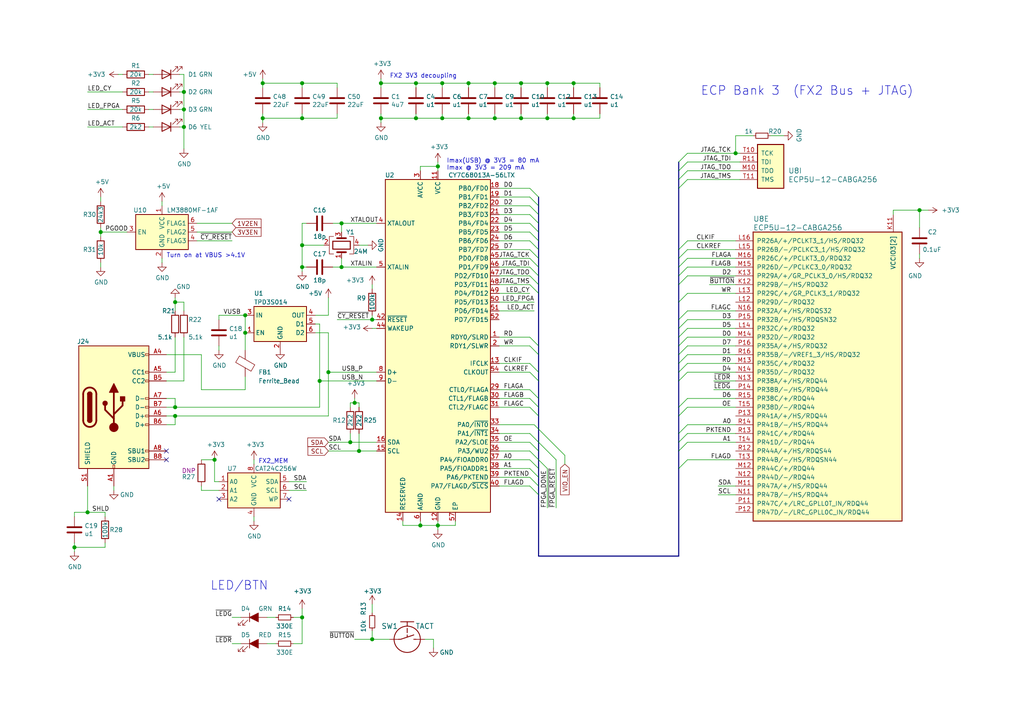
<source format=kicad_sch>
(kicad_sch (version 20201015) (generator eeschema)
  (paper "A4")
  (title_block (title "ECPBreaker") (date "2020-12-28") (rev "V0.1") (company "GsD") (comment 1 "2020 (C) Greg Davill  <greg.davill@gmail.com>") (comment 3 "License: CC-BY-SA V4.0"))
  (junction (at 21.59 158.75) (diameter 1.016))
  (junction (at 25.4 148.59) (diameter 1.016))
  (junction (at 29.21 67.31) (diameter 1.016))
  (junction (at 50.8 87.63) (diameter 1.016))
  (junction (at 50.8 118.11) (diameter 1.016))
  (junction (at 50.8 120.65) (diameter 1.016))
  (junction (at 53.34 26.67) (diameter 1.016))
  (junction (at 53.34 31.75) (diameter 1.016))
  (junction (at 53.34 36.83) (diameter 1.016))
  (junction (at 62.23 133.35) (diameter 1.016))
  (junction (at 71.12 91.44) (diameter 1.016))
  (junction (at 71.12 96.52) (diameter 1.016))
  (junction (at 76.2 24.13) (diameter 1.016))
  (junction (at 76.2 34.29) (diameter 1.016))
  (junction (at 87.63 24.13) (diameter 1.016))
  (junction (at 87.63 34.29) (diameter 1.016))
  (junction (at 87.63 71.12) (diameter 1.016))
  (junction (at 87.63 77.47) (diameter 1.016))
  (junction (at 87.63 179.07) (diameter 1.016))
  (junction (at 92.71 110.49) (diameter 1.016))
  (junction (at 95.25 107.95) (diameter 1.016))
  (junction (at 99.06 64.77) (diameter 1.016))
  (junction (at 99.06 77.47) (diameter 1.016))
  (junction (at 101.6 128.27) (diameter 1.016))
  (junction (at 102.87 116.84) (diameter 1.016))
  (junction (at 104.14 130.81) (diameter 1.016))
  (junction (at 107.95 92.71) (diameter 1.016))
  (junction (at 107.95 185.42) (diameter 1.016))
  (junction (at 110.49 24.13) (diameter 1.016))
  (junction (at 110.49 34.29) (diameter 1.016))
  (junction (at 120.65 24.13) (diameter 1.016))
  (junction (at 120.65 34.29) (diameter 1.016))
  (junction (at 121.92 152.4) (diameter 1.016))
  (junction (at 127 48.26) (diameter 1.016))
  (junction (at 127 152.4) (diameter 1.016))
  (junction (at 128.27 24.13) (diameter 1.016))
  (junction (at 128.27 34.29) (diameter 1.016))
  (junction (at 135.89 24.13) (diameter 1.016))
  (junction (at 135.89 34.29) (diameter 1.016))
  (junction (at 143.51 24.13) (diameter 1.016))
  (junction (at 143.51 34.29) (diameter 1.016))
  (junction (at 151.13 24.13) (diameter 1.016))
  (junction (at 151.13 34.29) (diameter 1.016))
  (junction (at 158.75 24.13) (diameter 1.016))
  (junction (at 158.75 34.29) (diameter 1.016))
  (junction (at 166.37 24.13) (diameter 1.016))
  (junction (at 166.37 34.29) (diameter 1.016))
  (junction (at 213.36 44.45) (diameter 1.016))
  (junction (at 266.7 60.96) (diameter 1.016))
  (no_connect (at 48.26 130.81))
  (no_connect (at 48.26 133.35))
  (no_connect (at 63.5 144.78))
  (no_connect (at 83.82 144.78))
  (bus_entry (at 153.67 54.61) (size 2.54 2.54) (stroke (width 0.1524)))
  (bus_entry (at 153.67 57.15) (size 2.54 2.54) (stroke (width 0.1524)))
  (bus_entry (at 153.67 59.69) (size 2.54 2.54) (stroke (width 0.1524)))
  (bus_entry (at 153.67 62.23) (size 2.54 2.54) (stroke (width 0.1524)))
  (bus_entry (at 153.67 64.77) (size 2.54 2.54) (stroke (width 0.1524)))
  (bus_entry (at 153.67 67.31) (size 2.54 2.54) (stroke (width 0.1524)))
  (bus_entry (at 153.67 69.85) (size 2.54 2.54) (stroke (width 0.1524)))
  (bus_entry (at 153.67 72.39) (size 2.54 2.54) (stroke (width 0.1524)))
  (bus_entry (at 153.67 74.93) (size 2.54 2.54) (stroke (width 0.1524)))
  (bus_entry (at 153.67 77.47) (size 2.54 2.54) (stroke (width 0.1524)))
  (bus_entry (at 153.67 80.01) (size 2.54 2.54) (stroke (width 0.1524)))
  (bus_entry (at 153.67 82.55) (size 2.54 2.54) (stroke (width 0.1524)))
  (bus_entry (at 153.67 97.79) (size 2.54 2.54) (stroke (width 0.1524)))
  (bus_entry (at 153.67 100.33) (size 2.54 2.54) (stroke (width 0.1524)))
  (bus_entry (at 153.67 105.41) (size 2.54 2.54) (stroke (width 0.1524)))
  (bus_entry (at 153.67 107.95) (size 2.54 2.54) (stroke (width 0.1524)))
  (bus_entry (at 153.67 113.03) (size 2.54 2.54) (stroke (width 0.1524)))
  (bus_entry (at 153.67 115.57) (size 2.54 2.54) (stroke (width 0.1524)))
  (bus_entry (at 153.67 118.11) (size 2.54 2.54) (stroke (width 0.1524)))
  (bus_entry (at 153.67 128.27) (size 2.54 2.54) (stroke (width 0.1524)))
  (bus_entry (at 153.67 133.35) (size 2.54 2.54) (stroke (width 0.1524)))
  (bus_entry (at 153.67 135.89) (size 2.54 2.54) (stroke (width 0.1524)))
  (bus_entry (at 153.67 138.43) (size 2.54 2.54) (stroke (width 0.1524)))
  (bus_entry (at 153.67 140.97) (size 2.54 2.54) (stroke (width 0.1524)))
  (bus_entry (at 199.39 44.45) (size -2.54 2.54) (stroke (width 0.1524)))
  (bus_entry (at 199.39 46.99) (size -2.54 2.54) (stroke (width 0.1524)))
  (bus_entry (at 199.39 49.53) (size -2.54 2.54) (stroke (width 0.1524)))
  (bus_entry (at 199.39 52.07) (size -2.54 2.54) (stroke (width 0.1524)))
  (bus_entry (at 199.39 69.85) (size -2.54 2.54) (stroke (width 0.1524)))
  (bus_entry (at 199.39 72.39) (size -2.54 2.54) (stroke (width 0.1524)))
  (bus_entry (at 199.39 74.93) (size -2.54 2.54) (stroke (width 0.1524)))
  (bus_entry (at 199.39 77.47) (size -2.54 2.54) (stroke (width 0.1524)))
  (bus_entry (at 199.39 80.01) (size -2.54 2.54) (stroke (width 0.1524)))
  (bus_entry (at 199.39 85.09) (size -2.54 2.54) (stroke (width 0.1524)))
  (bus_entry (at 199.39 90.17) (size -2.54 2.54) (stroke (width 0.1524)))
  (bus_entry (at 199.39 92.71) (size -2.54 2.54) (stroke (width 0.1524)))
  (bus_entry (at 199.39 95.25) (size -2.54 2.54) (stroke (width 0.1524)))
  (bus_entry (at 199.39 97.79) (size -2.54 2.54) (stroke (width 0.1524)))
  (bus_entry (at 199.39 100.33) (size -2.54 2.54) (stroke (width 0.1524)))
  (bus_entry (at 199.39 102.87) (size -2.54 2.54) (stroke (width 0.1524)))
  (bus_entry (at 199.39 105.41) (size -2.54 2.54) (stroke (width 0.1524)))
  (bus_entry (at 199.39 107.95) (size -2.54 2.54) (stroke (width 0.1524)))
  (bus_entry (at 199.39 115.57) (size -2.54 2.54) (stroke (width 0.1524)))
  (bus_entry (at 199.39 118.11) (size -2.54 2.54) (stroke (width 0.1524)))
  (bus_entry (at 199.39 123.19) (size -2.54 2.54) (stroke (width 0.1524)))
  (bus_entry (at 199.39 125.73) (size -2.54 2.54) (stroke (width 0.1524)))
  (bus_entry (at 199.39 128.27) (size -2.54 2.54) (stroke (width 0.1524)))
  (bus_entry (at 199.39 133.35) (size -2.54 2.54) (stroke (width 0.1524)))
  (wire (pts (xy 21.59 148.59) (xy 21.59 149.86)))
  (wire (pts (xy 21.59 157.48) (xy 21.59 158.75)))
  (wire (pts (xy 21.59 158.75) (xy 21.59 160.02)))
  (wire (pts (xy 21.59 158.75) (xy 30.48 158.75)))
  (wire (pts (xy 25.4 31.75) (xy 35.56 31.75)))
  (wire (pts (xy 25.4 36.83) (xy 35.56 36.83)))
  (wire (pts (xy 25.4 140.97) (xy 25.4 148.59)))
  (wire (pts (xy 25.4 148.59) (xy 21.59 148.59)))
  (wire (pts (xy 25.4 148.59) (xy 30.48 148.59)))
  (wire (pts (xy 29.21 57.15) (xy 29.21 58.42)))
  (wire (pts (xy 29.21 66.04) (xy 29.21 67.31)))
  (wire (pts (xy 29.21 67.31) (xy 29.21 68.58)))
  (wire (pts (xy 29.21 67.31) (xy 36.83 67.31)))
  (wire (pts (xy 29.21 76.2) (xy 29.21 77.47)))
  (wire (pts (xy 30.48 148.59) (xy 30.48 149.86)))
  (wire (pts (xy 30.48 157.48) (xy 30.48 158.75)))
  (wire (pts (xy 33.02 140.97) (xy 33.02 142.24)))
  (wire (pts (xy 34.29 21.59) (xy 35.56 21.59)))
  (wire (pts (xy 35.56 26.67) (xy 25.4 26.67)))
  (wire (pts (xy 43.18 21.59) (xy 44.45 21.59)))
  (wire (pts (xy 44.45 26.67) (xy 43.18 26.67)))
  (wire (pts (xy 44.45 31.75) (xy 43.18 31.75)))
  (wire (pts (xy 44.45 36.83) (xy 43.18 36.83)))
  (wire (pts (xy 46.99 58.42) (xy 46.99 59.69)))
  (wire (pts (xy 46.99 74.93) (xy 46.99 76.2)))
  (wire (pts (xy 48.26 102.87) (xy 58.42 102.87)))
  (wire (pts (xy 48.26 110.49) (xy 53.34 110.49)))
  (wire (pts (xy 48.26 115.57) (xy 50.8 115.57)))
  (wire (pts (xy 48.26 118.11) (xy 50.8 118.11)))
  (wire (pts (xy 48.26 123.19) (xy 50.8 123.19)))
  (wire (pts (xy 50.8 86.36) (xy 50.8 87.63)))
  (wire (pts (xy 50.8 87.63) (xy 50.8 90.17)))
  (wire (pts (xy 50.8 97.79) (xy 50.8 107.95)))
  (wire (pts (xy 50.8 107.95) (xy 48.26 107.95)))
  (wire (pts (xy 50.8 115.57) (xy 50.8 118.11)))
  (wire (pts (xy 50.8 118.11) (xy 92.71 118.11)))
  (wire (pts (xy 50.8 120.65) (xy 48.26 120.65)))
  (wire (pts (xy 50.8 123.19) (xy 50.8 120.65)))
  (wire (pts (xy 52.07 26.67) (xy 53.34 26.67)))
  (wire (pts (xy 52.07 31.75) (xy 53.34 31.75)))
  (wire (pts (xy 53.34 21.59) (xy 52.07 21.59)))
  (wire (pts (xy 53.34 21.59) (xy 53.34 26.67)))
  (wire (pts (xy 53.34 26.67) (xy 53.34 31.75)))
  (wire (pts (xy 53.34 31.75) (xy 53.34 36.83)))
  (wire (pts (xy 53.34 36.83) (xy 52.07 36.83)))
  (wire (pts (xy 53.34 36.83) (xy 53.34 43.18)))
  (wire (pts (xy 53.34 87.63) (xy 50.8 87.63)))
  (wire (pts (xy 53.34 90.17) (xy 53.34 87.63)))
  (wire (pts (xy 53.34 110.49) (xy 53.34 97.79)))
  (wire (pts (xy 57.15 64.77) (xy 67.31 64.77)))
  (wire (pts (xy 57.15 67.31) (xy 67.31 67.31)))
  (wire (pts (xy 57.15 69.85) (xy 67.31 69.85)))
  (wire (pts (xy 58.42 102.87) (xy 58.42 113.03)))
  (wire (pts (xy 58.42 113.03) (xy 71.12 113.03)))
  (wire (pts (xy 58.42 133.35) (xy 62.23 133.35)))
  (wire (pts (xy 58.42 140.97) (xy 58.42 142.24)))
  (wire (pts (xy 62.23 133.35) (xy 62.23 139.7)))
  (wire (pts (xy 63.5 91.44) (xy 63.5 92.71)))
  (wire (pts (xy 63.5 91.44) (xy 71.12 91.44)))
  (wire (pts (xy 63.5 100.33) (xy 63.5 101.6)))
  (wire (pts (xy 63.5 139.7) (xy 62.23 139.7)))
  (wire (pts (xy 63.5 142.24) (xy 58.42 142.24)))
  (wire (pts (xy 69.85 179.07) (xy 67.31 179.07)))
  (wire (pts (xy 69.85 186.69) (xy 67.31 186.69)))
  (wire (pts (xy 71.12 96.52) (xy 71.12 91.44)))
  (wire (pts (xy 71.12 101.6) (xy 71.12 96.52)))
  (wire (pts (xy 71.12 109.22) (xy 71.12 113.03)))
  (wire (pts (xy 73.66 133.35) (xy 73.66 134.62)))
  (wire (pts (xy 73.66 149.86) (xy 73.66 151.13)))
  (wire (pts (xy 76.2 22.86) (xy 76.2 24.13)))
  (wire (pts (xy 76.2 24.13) (xy 76.2 25.4)))
  (wire (pts (xy 76.2 34.29) (xy 76.2 33.02)))
  (wire (pts (xy 76.2 35.56) (xy 76.2 34.29)))
  (wire (pts (xy 77.47 179.07) (xy 80.01 179.07)))
  (wire (pts (xy 77.47 186.69) (xy 80.01 186.69)))
  (wire (pts (xy 85.09 179.07) (xy 87.63 179.07)))
  (wire (pts (xy 87.63 24.13) (xy 76.2 24.13)))
  (wire (pts (xy 87.63 24.13) (xy 97.79 24.13)))
  (wire (pts (xy 87.63 25.4) (xy 87.63 24.13)))
  (wire (pts (xy 87.63 33.02) (xy 87.63 34.29)))
  (wire (pts (xy 87.63 34.29) (xy 76.2 34.29)))
  (wire (pts (xy 87.63 34.29) (xy 97.79 34.29)))
  (wire (pts (xy 87.63 64.77) (xy 87.63 71.12)))
  (wire (pts (xy 87.63 64.77) (xy 88.9 64.77)))
  (wire (pts (xy 87.63 71.12) (xy 87.63 77.47)))
  (wire (pts (xy 87.63 78.74) (xy 87.63 77.47)))
  (wire (pts (xy 87.63 176.53) (xy 87.63 179.07)))
  (wire (pts (xy 87.63 186.69) (xy 85.09 186.69)))
  (wire (pts (xy 87.63 186.69) (xy 87.63 179.07)))
  (wire (pts (xy 88.9 77.47) (xy 87.63 77.47)))
  (wire (pts (xy 88.9 139.7) (xy 83.82 139.7)))
  (wire (pts (xy 88.9 142.24) (xy 83.82 142.24)))
  (wire (pts (xy 91.44 91.44) (xy 95.25 91.44)))
  (wire (pts (xy 91.44 93.98) (xy 92.71 93.98)))
  (wire (pts (xy 91.44 96.52) (xy 95.25 96.52)))
  (wire (pts (xy 92.71 93.98) (xy 92.71 110.49)))
  (wire (pts (xy 92.71 110.49) (xy 109.22 110.49)))
  (wire (pts (xy 92.71 118.11) (xy 92.71 110.49)))
  (wire (pts (xy 93.98 71.12) (xy 87.63 71.12)))
  (wire (pts (xy 95.25 86.36) (xy 95.25 91.44)))
  (wire (pts (xy 95.25 96.52) (xy 95.25 107.95)))
  (wire (pts (xy 95.25 107.95) (xy 95.25 120.65)))
  (wire (pts (xy 95.25 107.95) (xy 109.22 107.95)))
  (wire (pts (xy 95.25 120.65) (xy 50.8 120.65)))
  (wire (pts (xy 95.25 128.27) (xy 101.6 128.27)))
  (wire (pts (xy 95.25 130.81) (xy 104.14 130.81)))
  (wire (pts (xy 96.52 64.77) (xy 99.06 64.77)))
  (wire (pts (xy 96.52 77.47) (xy 99.06 77.47)))
  (wire (pts (xy 97.79 24.13) (xy 97.79 25.4)))
  (wire (pts (xy 97.79 33.02) (xy 97.79 34.29)))
  (wire (pts (xy 97.79 92.71) (xy 107.95 92.71)))
  (wire (pts (xy 99.06 64.77) (xy 99.06 67.31)))
  (wire (pts (xy 99.06 64.77) (xy 109.22 64.77)))
  (wire (pts (xy 99.06 74.93) (xy 99.06 77.47)))
  (wire (pts (xy 99.06 77.47) (xy 109.22 77.47)))
  (wire (pts (xy 101.6 116.84) (xy 102.87 116.84)))
  (wire (pts (xy 101.6 118.11) (xy 101.6 116.84)))
  (wire (pts (xy 101.6 125.73) (xy 101.6 128.27)))
  (wire (pts (xy 101.6 128.27) (xy 109.22 128.27)))
  (wire (pts (xy 102.87 115.57) (xy 102.87 116.84)))
  (wire (pts (xy 102.87 116.84) (xy 104.14 116.84)))
  (wire (pts (xy 104.14 71.12) (xy 106.68 71.12)))
  (wire (pts (xy 104.14 116.84) (xy 104.14 118.11)))
  (wire (pts (xy 104.14 125.73) (xy 104.14 130.81)))
  (wire (pts (xy 104.14 130.81) (xy 109.22 130.81)))
  (wire (pts (xy 107.95 82.55) (xy 107.95 83.82)))
  (wire (pts (xy 107.95 92.71) (xy 107.95 91.44)))
  (wire (pts (xy 107.95 92.71) (xy 109.22 92.71)))
  (wire (pts (xy 107.95 95.25) (xy 109.22 95.25)))
  (wire (pts (xy 107.95 177.8) (xy 107.95 175.26)))
  (wire (pts (xy 107.95 182.88) (xy 107.95 185.42)))
  (wire (pts (xy 107.95 185.42) (xy 102.87 185.42)))
  (wire (pts (xy 110.49 22.86) (xy 110.49 24.13)))
  (wire (pts (xy 110.49 24.13) (xy 110.49 25.4)))
  (wire (pts (xy 110.49 34.29) (xy 110.49 33.02)))
  (wire (pts (xy 110.49 35.56) (xy 110.49 34.29)))
  (wire (pts (xy 113.03 185.42) (xy 107.95 185.42)))
  (wire (pts (xy 116.84 151.13) (xy 116.84 152.4)))
  (wire (pts (xy 116.84 152.4) (xy 121.92 152.4)))
  (wire (pts (xy 120.65 24.13) (xy 110.49 24.13)))
  (wire (pts (xy 120.65 24.13) (xy 128.27 24.13)))
  (wire (pts (xy 120.65 25.4) (xy 120.65 24.13)))
  (wire (pts (xy 120.65 33.02) (xy 120.65 34.29)))
  (wire (pts (xy 120.65 34.29) (xy 110.49 34.29)))
  (wire (pts (xy 120.65 34.29) (xy 128.27 34.29)))
  (wire (pts (xy 121.92 48.26) (xy 127 48.26)))
  (wire (pts (xy 121.92 49.53) (xy 121.92 48.26)))
  (wire (pts (xy 121.92 151.13) (xy 121.92 152.4)))
  (wire (pts (xy 121.92 152.4) (xy 127 152.4)))
  (wire (pts (xy 123.19 185.42) (xy 125.73 185.42)))
  (wire (pts (xy 125.73 185.42) (xy 125.73 187.96)))
  (wire (pts (xy 127 46.99) (xy 127 48.26)))
  (wire (pts (xy 127 48.26) (xy 127 49.53)))
  (wire (pts (xy 127 151.13) (xy 127 152.4)))
  (wire (pts (xy 127 152.4) (xy 127 153.67)))
  (wire (pts (xy 127 152.4) (xy 132.08 152.4)))
  (wire (pts (xy 128.27 24.13) (xy 128.27 25.4)))
  (wire (pts (xy 128.27 24.13) (xy 135.89 24.13)))
  (wire (pts (xy 128.27 33.02) (xy 128.27 34.29)))
  (wire (pts (xy 128.27 34.29) (xy 135.89 34.29)))
  (wire (pts (xy 132.08 152.4) (xy 132.08 151.13)))
  (wire (pts (xy 135.89 24.13) (xy 135.89 25.4)))
  (wire (pts (xy 135.89 24.13) (xy 143.51 24.13)))
  (wire (pts (xy 135.89 33.02) (xy 135.89 34.29)))
  (wire (pts (xy 135.89 34.29) (xy 143.51 34.29)))
  (wire (pts (xy 143.51 24.13) (xy 143.51 25.4)))
  (wire (pts (xy 143.51 24.13) (xy 151.13 24.13)))
  (wire (pts (xy 143.51 33.02) (xy 143.51 34.29)))
  (wire (pts (xy 143.51 34.29) (xy 151.13 34.29)))
  (wire (pts (xy 144.78 54.61) (xy 153.67 54.61)))
  (wire (pts (xy 144.78 57.15) (xy 153.67 57.15)))
  (wire (pts (xy 144.78 59.69) (xy 153.67 59.69)))
  (wire (pts (xy 144.78 62.23) (xy 153.67 62.23)))
  (wire (pts (xy 144.78 64.77) (xy 153.67 64.77)))
  (wire (pts (xy 144.78 67.31) (xy 153.67 67.31)))
  (wire (pts (xy 144.78 69.85) (xy 153.67 69.85)))
  (wire (pts (xy 144.78 72.39) (xy 153.67 72.39)))
  (wire (pts (xy 144.78 74.93) (xy 153.67 74.93)))
  (wire (pts (xy 144.78 77.47) (xy 153.67 77.47)))
  (wire (pts (xy 144.78 80.01) (xy 153.67 80.01)))
  (wire (pts (xy 144.78 82.55) (xy 153.67 82.55)))
  (wire (pts (xy 144.78 85.09) (xy 153.67 85.09)))
  (wire (pts (xy 144.78 90.17) (xy 154.94 90.17)))
  (wire (pts (xy 144.78 97.79) (xy 153.67 97.79)))
  (wire (pts (xy 144.78 100.33) (xy 153.67 100.33)))
  (wire (pts (xy 144.78 105.41) (xy 153.67 105.41)))
  (wire (pts (xy 144.78 113.03) (xy 153.67 113.03)))
  (wire (pts (xy 144.78 115.57) (xy 153.67 115.57)))
  (wire (pts (xy 144.78 118.11) (xy 153.67 118.11)))
  (wire (pts (xy 144.78 123.19) (xy 154.94 123.19)))
  (wire (pts (xy 144.78 125.73) (xy 153.67 125.73)))
  (wire (pts (xy 144.78 128.27) (xy 153.67 128.27)))
  (wire (pts (xy 144.78 130.81) (xy 153.67 130.81)))
  (wire (pts (xy 144.78 133.35) (xy 153.67 133.35)))
  (wire (pts (xy 144.78 135.89) (xy 153.67 135.89)))
  (wire (pts (xy 144.78 138.43) (xy 153.67 138.43)))
  (wire (pts (xy 144.78 140.97) (xy 153.67 140.97)))
  (wire (pts (xy 151.13 24.13) (xy 151.13 25.4)))
  (wire (pts (xy 151.13 24.13) (xy 158.75 24.13)))
  (wire (pts (xy 151.13 33.02) (xy 151.13 34.29)))
  (wire (pts (xy 151.13 34.29) (xy 158.75 34.29)))
  (wire (pts (xy 153.67 107.95) (xy 144.78 107.95)))
  (wire (pts (xy 153.67 125.73) (xy 161.29 133.35)))
  (wire (pts (xy 153.67 130.81) (xy 158.75 135.89)))
  (wire (pts (xy 154.94 87.63) (xy 144.78 87.63)))
  (wire (pts (xy 154.94 123.19) (xy 163.83 132.08)))
  (wire (pts (xy 158.75 24.13) (xy 158.75 25.4)))
  (wire (pts (xy 158.75 24.13) (xy 166.37 24.13)))
  (wire (pts (xy 158.75 33.02) (xy 158.75 34.29)))
  (wire (pts (xy 158.75 34.29) (xy 166.37 34.29)))
  (wire (pts (xy 158.75 135.89) (xy 158.75 147.32)))
  (wire (pts (xy 161.29 133.35) (xy 161.29 147.32)))
  (wire (pts (xy 163.83 132.08) (xy 163.83 134.62)))
  (wire (pts (xy 166.37 24.13) (xy 166.37 25.4)))
  (wire (pts (xy 166.37 34.29) (xy 166.37 33.02)))
  (wire (pts (xy 173.99 24.13) (xy 166.37 24.13)))
  (wire (pts (xy 173.99 25.4) (xy 173.99 24.13)))
  (wire (pts (xy 173.99 33.02) (xy 173.99 34.29)))
  (wire (pts (xy 173.99 34.29) (xy 166.37 34.29)))
  (wire (pts (xy 199.39 44.45) (xy 213.36 44.45)))
  (wire (pts (xy 199.39 46.99) (xy 214.63 46.99)))
  (wire (pts (xy 199.39 49.53) (xy 214.63 49.53)))
  (wire (pts (xy 199.39 52.07) (xy 214.63 52.07)))
  (wire (pts (xy 199.39 69.85) (xy 213.36 69.85)))
  (wire (pts (xy 199.39 72.39) (xy 213.36 72.39)))
  (wire (pts (xy 199.39 74.93) (xy 213.36 74.93)))
  (wire (pts (xy 199.39 77.47) (xy 213.36 77.47)))
  (wire (pts (xy 199.39 80.01) (xy 213.36 80.01)))
  (wire (pts (xy 199.39 85.09) (xy 213.36 85.09)))
  (wire (pts (xy 199.39 90.17) (xy 213.36 90.17)))
  (wire (pts (xy 199.39 92.71) (xy 213.36 92.71)))
  (wire (pts (xy 199.39 95.25) (xy 213.36 95.25)))
  (wire (pts (xy 199.39 97.79) (xy 213.36 97.79)))
  (wire (pts (xy 199.39 100.33) (xy 213.36 100.33)))
  (wire (pts (xy 199.39 102.87) (xy 213.36 102.87)))
  (wire (pts (xy 199.39 105.41) (xy 213.36 105.41)))
  (wire (pts (xy 199.39 107.95) (xy 213.36 107.95)))
  (wire (pts (xy 199.39 115.57) (xy 213.36 115.57)))
  (wire (pts (xy 199.39 118.11) (xy 213.36 118.11)))
  (wire (pts (xy 199.39 123.19) (xy 213.36 123.19)))
  (wire (pts (xy 199.39 125.73) (xy 213.36 125.73)))
  (wire (pts (xy 199.39 128.27) (xy 213.36 128.27)))
  (wire (pts (xy 199.39 133.35) (xy 213.36 133.35)))
  (wire (pts (xy 205.74 82.55) (xy 213.36 82.55)))
  (wire (pts (xy 207.01 110.49) (xy 213.36 110.49)))
  (wire (pts (xy 207.01 113.03) (xy 213.36 113.03)))
  (wire (pts (xy 208.28 140.97) (xy 213.36 140.97)))
  (wire (pts (xy 208.28 143.51) (xy 213.36 143.51)))
  (wire (pts (xy 213.36 39.37) (xy 218.44 39.37)))
  (wire (pts (xy 213.36 44.45) (xy 213.36 39.37)))
  (wire (pts (xy 214.63 44.45) (xy 213.36 44.45)))
  (wire (pts (xy 223.52 39.37) (xy 227.33 39.37)))
  (wire (pts (xy 259.08 60.96) (xy 266.7 60.96)))
  (wire (pts (xy 259.08 62.23) (xy 259.08 60.96)))
  (wire (pts (xy 266.7 60.96) (xy 266.7 66.04)))
  (wire (pts (xy 266.7 73.66) (xy 266.7 74.93)))
  (wire (pts (xy 269.24 60.96) (xy 266.7 60.96)))
  (bus (pts (xy 156.21 57.15) (xy 156.21 59.69)))
  (bus (pts (xy 156.21 59.69) (xy 156.21 62.23)))
  (bus (pts (xy 156.21 62.23) (xy 156.21 64.77)))
  (bus (pts (xy 156.21 64.77) (xy 156.21 67.31)))
  (bus (pts (xy 156.21 67.31) (xy 156.21 69.85)))
  (bus (pts (xy 156.21 69.85) (xy 156.21 72.39)))
  (bus (pts (xy 156.21 72.39) (xy 156.21 74.93)))
  (bus (pts (xy 156.21 74.93) (xy 156.21 77.47)))
  (bus (pts (xy 156.21 77.47) (xy 156.21 80.01)))
  (bus (pts (xy 156.21 80.01) (xy 156.21 82.55)))
  (bus (pts (xy 156.21 82.55) (xy 156.21 85.09)))
  (bus (pts (xy 156.21 85.09) (xy 156.21 100.33)))
  (bus (pts (xy 156.21 100.33) (xy 156.21 102.87)))
  (bus (pts (xy 156.21 102.87) (xy 156.21 107.95)))
  (bus (pts (xy 156.21 107.95) (xy 156.21 110.49)))
  (bus (pts (xy 156.21 110.49) (xy 156.21 115.57)))
  (bus (pts (xy 156.21 115.57) (xy 156.21 118.11)))
  (bus (pts (xy 156.21 118.11) (xy 156.21 120.65)))
  (bus (pts (xy 156.21 120.65) (xy 156.21 130.81)))
  (bus (pts (xy 156.21 130.81) (xy 156.21 135.89)))
  (bus (pts (xy 156.21 135.89) (xy 156.21 138.43)))
  (bus (pts (xy 156.21 138.43) (xy 156.21 140.97)))
  (bus (pts (xy 156.21 140.97) (xy 156.21 143.51)))
  (bus (pts (xy 156.21 143.51) (xy 156.21 161.29)))
  (bus (pts (xy 156.21 161.29) (xy 196.85 161.29)))
  (bus (pts (xy 196.85 46.99) (xy 196.85 49.53)))
  (bus (pts (xy 196.85 49.53) (xy 196.85 52.07)))
  (bus (pts (xy 196.85 52.07) (xy 196.85 54.61)))
  (bus (pts (xy 196.85 54.61) (xy 196.85 72.39)))
  (bus (pts (xy 196.85 72.39) (xy 196.85 74.93)))
  (bus (pts (xy 196.85 74.93) (xy 196.85 77.47)))
  (bus (pts (xy 196.85 77.47) (xy 196.85 80.01)))
  (bus (pts (xy 196.85 80.01) (xy 196.85 82.55)))
  (bus (pts (xy 196.85 82.55) (xy 196.85 87.63)))
  (bus (pts (xy 196.85 87.63) (xy 196.85 92.71)))
  (bus (pts (xy 196.85 92.71) (xy 196.85 95.25)))
  (bus (pts (xy 196.85 95.25) (xy 196.85 97.79)))
  (bus (pts (xy 196.85 97.79) (xy 196.85 100.33)))
  (bus (pts (xy 196.85 100.33) (xy 196.85 102.87)))
  (bus (pts (xy 196.85 102.87) (xy 196.85 105.41)))
  (bus (pts (xy 196.85 105.41) (xy 196.85 107.95)))
  (bus (pts (xy 196.85 107.95) (xy 196.85 110.49)))
  (bus (pts (xy 196.85 110.49) (xy 196.85 118.11)))
  (bus (pts (xy 196.85 118.11) (xy 196.85 120.65)))
  (bus (pts (xy 196.85 120.65) (xy 196.85 125.73)))
  (bus (pts (xy 196.85 125.73) (xy 196.85 128.27)))
  (bus (pts (xy 196.85 128.27) (xy 196.85 130.81)))
  (bus (pts (xy 196.85 130.81) (xy 196.85 135.89)))
  (bus (pts (xy 196.85 135.89) (xy 196.85 161.29)))
  (text "Turn on at VBUS >4.1V" (at 48.26 74.93 0) (effects (font (size 1.27 1.27)) (justify left bottom)))
  (text "LED/BTN" (at 60.96 171.45 0) (effects (font (size 2.54 2.54)) (justify left bottom)))
  (text "FX2_MEM" (at 74.93 134.62 0) (effects (font (size 1.27 1.27)) (justify left bottom)))
  (text "FX2 3V3 decoupling" (at 113.03 22.86 0) (effects (font (size 1.27 1.27)) (justify left bottom)))
  (text "Imax(USB) @ 3V3 = 80 mA\nImax @ 3V3 = 209 mA" (at 129.54 49.53 0) (effects (font (size 1.27 1.27)) (justify left bottom)))
  (text "ECP Bank 3  (FX2 Bus + JTAG)" (at 203.2 27.94 0) (effects (font (size 2.54 2.54)) (justify left bottom)))
  (label "LED_CY" (at 25.4 26.67 0))
  (label "LED_FPGA" (at 25.4 31.75 0))
  (label "LED_ACT" (at 25.4 36.83 0))
  (label "SHLD" (at 26.67 148.59 0))
  (label "PGOOD" (at 30.48 67.31 0))
  (label "VUSB" (at 64.77 91.44 0))
  (label "~CY_RESET" (at 67.31 69.85 180))
  (label "~LEDG" (at 67.31 179.07 180))
  (label "~LEDR" (at 67.31 186.69 180))
  (label "SDA" (at 88.9 139.7 180))
  (label "SCL" (at 88.9 142.24 180))
  (label "SDA" (at 95.25 128.27 0))
  (label "SCL" (at 95.25 130.81 0))
  (label "~CY_RESET" (at 97.79 92.71 0))
  (label "USB_P" (at 99.06 107.95 0))
  (label "USB_N" (at 99.06 110.49 0))
  (label "XTALOUT" (at 101.6 64.77 0))
  (label "XTALIN" (at 101.6 77.47 0))
  (label "~BUTTON" (at 102.87 185.42 180))
  (label "D0" (at 146.05 54.61 0))
  (label "D1" (at 146.05 57.15 0))
  (label "D2" (at 146.05 59.69 0))
  (label "D3" (at 146.05 62.23 0))
  (label "D4" (at 146.05 64.77 0))
  (label "D5" (at 146.05 67.31 0))
  (label "D6" (at 146.05 69.85 0))
  (label "D7" (at 146.05 72.39 0))
  (label "RD" (at 146.05 97.79 0))
  (label "WR" (at 146.05 100.33 0))
  (label "CLKIF" (at 146.05 105.41 0))
  (label "CLKREF" (at 146.05 107.95 0))
  (label "FLAGA" (at 146.05 113.03 0))
  (label "FLAGB" (at 146.05 115.57 0))
  (label "FLAGC" (at 146.05 118.11 0))
  (label "OE" (at 146.05 128.27 0))
  (label "A0" (at 146.05 133.35 0))
  (label "A1" (at 146.05 135.89 0))
  (label "PKTEND" (at 146.05 138.43 0))
  (label "FLAGD" (at 146.05 140.97 0))
  (label "JTAG_TCK" (at 153.67 74.93 180))
  (label "JTAG_TDI" (at 153.67 77.47 180))
  (label "JTAG_TDO" (at 153.67 80.01 180))
  (label "JTAG_TMS" (at 153.67 82.55 180))
  (label "LED_CY" (at 153.67 85.09 180))
  (label "LED_FPGA" (at 154.94 87.63 180))
  (label "LED_ACT" (at 154.94 90.17 180))
  (label "FPGA_DONE" (at 158.75 147.32 90))
  (label "~FPGA_RESET" (at 161.29 147.32 90))
  (label "CLKIF" (at 201.93 69.85 0))
  (label "CLKREF" (at 201.93 72.39 0))
  (label "~BUTTON" (at 205.74 82.55 0))
  (label "~LEDR" (at 207.01 110.49 0))
  (label "~LEDG" (at 207.01 113.03 0))
  (label "SDA" (at 208.28 140.97 0))
  (label "SCL" (at 208.28 143.51 0))
  (label "JTAG_TCK" (at 212.09 44.45 180))
  (label "JTAG_TDI" (at 212.09 46.99 180))
  (label "JTAG_TDO" (at 212.09 49.53 180))
  (label "JTAG_TMS" (at 212.09 52.07 180))
  (label "FLAGA" (at 212.09 74.93 180))
  (label "FLAGB" (at 212.09 77.47 180))
  (label "D2" (at 212.09 80.01 180))
  (label "WR" (at 212.09 85.09 180))
  (label "FLAGC" (at 212.09 90.17 180))
  (label "D3" (at 212.09 92.71 180))
  (label "D5" (at 212.09 95.25 180))
  (label "D0" (at 212.09 97.79 180))
  (label "D7" (at 212.09 100.33 180))
  (label "D1" (at 212.09 102.87 180))
  (label "RD" (at 212.09 105.41 180))
  (label "D4" (at 212.09 107.95 180))
  (label "D6" (at 212.09 115.57 180))
  (label "OE" (at 212.09 118.11 180))
  (label "A0" (at 212.09 123.19 180))
  (label "PKTEND" (at 212.09 125.73 180))
  (label "A1" (at 212.09 128.27 180))
  (label "FLAGD" (at 212.09 133.35 180))
  (global_label "1V2EN" (shape input) (at 67.31 64.77 0) (property "Intersheet References" "${INTERSHEET_REFS}" (effects hide)))
  (global_label "3V3EN" (shape input) (at 67.31 67.31 0) (property "Intersheet References" "${INTERSHEET_REFS}" (effects hide)))
  (global_label "SDA" (shape input) (at 95.25 128.27 180) (property "Intersheet References" "${INTERSHEET_REFS}" (effects hide)))
  (global_label "SCL" (shape input) (at 95.25 130.81 180) (property "Intersheet References" "${INTERSHEET_REFS}" (effects hide)))
  (global_label "VIO_EN" (shape input) (at 163.83 134.62 270) (property "Intersheet References" "${INTERSHEET_REFS}" (effects hide)))
  (symbol (lib_id "power:+5V") (at 29.21 57.15 0) (unit 1)
    (property "Reference" "#PWR0202" (effects hide))
    (property "Value" "+5V" (at 29.591 52.7558 0))
  )
  (symbol (lib_id "power:+3.3V") (at 34.29 21.59 90) (unit 1)
    (property "Reference" "#PWR0188" (effects hide))
    (property "Value" "+3.3V" (at 27.94 21.59 90))
  )
  (symbol (lib_id "power:+5V") (at 46.99 58.42 0) (unit 1)
    (property "Reference" "#PWR0201" (effects hide))
    (property "Value" "+5V" (at 47.371 54.0258 0))
  )
  (symbol (lib_id "power:+3.3V") (at 62.23 133.35 0) (unit 1)
    (property "Reference" "#PWR0101" (effects hide))
    (property "Value" "+3.3V" (at 62.611 128.9558 0))
  )
  (symbol (lib_id "power:+3.3V") (at 73.66 133.35 0) (unit 1)
    (property "Reference" "#PWR0103" (effects hide))
    (property "Value" "+3.3V" (at 74.041 128.9558 0))
  )
  (symbol (lib_id "power:+5V") (at 76.2 22.86 0) (unit 1)
    (property "Reference" "#PWR0221" (effects hide))
    (property "Value" "+5V" (at 72.39 21.59 0))
  )
  (symbol (lib_id "power:+3V3") (at 87.63 176.53 0) (unit 1)
    (property "Reference" "#PWR059" (effects hide))
    (property "Value" "+3V3" (at 85.09 171.45 0) (effects (justify left)))
  )
  (symbol (lib_id "power:+5V") (at 95.25 86.36 0) (unit 1)
    (property "Reference" "#PWR0185" (effects hide))
    (property "Value" "+5V" (at 91.44 85.09 0))
  )
  (symbol (lib_id "power:+3.3V") (at 102.87 115.57 0) (unit 1)
    (property "Reference" "#PWR0179" (effects hide))
    (property "Value" "+3.3V" (at 103.251 111.1758 0))
  )
  (symbol (lib_id "power:+3.3V") (at 107.95 82.55 0) (unit 1)
    (property "Reference" "#PWR0180" (effects hide))
    (property "Value" "+3.3V" (at 100.33 81.28 0) (effects (justify left)))
  )
  (symbol (lib_id "power:+3.3V") (at 107.95 95.25 90) (unit 1)
    (property "Reference" "#PWR0178" (effects hide))
    (property "Value" "+3.3V" (at 104.6988 94.869 90) (effects (justify left)))
  )
  (symbol (lib_id "power:+3V3") (at 107.95 175.26 0) (unit 1)
    (property "Reference" "#PWR073" (effects hide))
    (property "Value" "+3V3" (at 105.41 171.45 0) (effects (justify left)))
  )
  (symbol (lib_id "power:+3.3V") (at 110.49 22.86 0) (unit 1)
    (property "Reference" "#PWR0190" (effects hide))
    (property "Value" "+3.3V" (at 110.871 18.4658 0))
  )
  (symbol (lib_id "power:+3.3V") (at 127 46.99 0) (unit 1)
    (property "Reference" "#PWR0181" (effects hide))
    (property "Value" "+3.3V" (at 127.381 42.5958 0))
  )
  (symbol (lib_id "power:+3V3") (at 269.24 60.96 270) (mirror x) (unit 1)
    (property "Reference" "#PWR0124" (effects hide))
    (property "Value" "+3V3" (at 273.05 60.96 90) (effects (justify left)))
  )
  (symbol (lib_id "power:GND") (at 21.59 160.02 0) (unit 1)
    (property "Reference" "#PWR0105" (effects hide))
    (property "Value" "GND" (at 21.717 164.4142 0))
  )
  (symbol (lib_id "power:GND") (at 29.21 77.47 0) (unit 1)
    (property "Reference" "#PWR0203" (effects hide))
    (property "Value" "GND" (at 29.337 81.8642 0))
  )
  (symbol (lib_id "power:GND") (at 33.02 142.24 0) (unit 1)
    (property "Reference" "#PWR0136" (effects hide))
    (property "Value" "GND" (at 36.83 143.51 0))
  )
  (symbol (lib_id "power:GND") (at 46.99 76.2 0) (unit 1)
    (property "Reference" "#PWR0204" (effects hide))
    (property "Value" "GND" (at 47.117 80.5942 0))
  )
  (symbol (lib_id "power:GND") (at 50.8 86.36 180) (unit 1)
    (property "Reference" "#PWR0140" (effects hide))
    (property "Value" "GND" (at 53.213 83.1596 0))
  )
  (symbol (lib_id "power:GND") (at 53.34 43.18 0) (unit 1)
    (property "Reference" "#PWR0183" (effects hide))
    (property "Value" "GND" (at 53.467 47.5742 0))
  )
  (symbol (lib_id "power:GND") (at 63.5 101.6 0) (unit 1)
    (property "Reference" "#PWR0102" (effects hide))
    (property "Value" "GND" (at 63.627 105.9942 0))
  )
  (symbol (lib_id "power:GND") (at 73.66 151.13 0) (unit 1)
    (property "Reference" "#PWR0177" (effects hide))
    (property "Value" "GND" (at 73.787 155.5242 0))
  )
  (symbol (lib_id "power:GND") (at 76.2 35.56 0) (unit 1)
    (property "Reference" "#PWR0222" (effects hide))
    (property "Value" "GND" (at 76.327 39.9542 0))
  )
  (symbol (lib_id "power:GND") (at 81.28 101.6 0) (unit 1)
    (property "Reference" "#PWR0184" (effects hide))
    (property "Value" "GND" (at 81.407 105.9942 0))
  )
  (symbol (lib_id "power:GND") (at 87.63 78.74 0) (unit 1)
    (property "Reference" "#PWR0186" (effects hide))
    (property "Value" "GND" (at 87.757 83.1342 0))
  )
  (symbol (lib_id "power:GND") (at 106.68 71.12 90) (unit 1)
    (property "Reference" "#PWR0187" (effects hide))
    (property "Value" "GND" (at 110.49 71.12 0))
  )
  (symbol (lib_id "power:GND") (at 110.49 35.56 0) (unit 1)
    (property "Reference" "#PWR0182" (effects hide))
    (property "Value" "GND" (at 110.617 39.9542 0))
  )
  (symbol (lib_id "power:GND") (at 125.73 187.96 0) (unit 1)
    (property "Reference" "#PWR074" (effects hide))
    (property "Value" "GND" (at 129.54 189.23 0))
  )
  (symbol (lib_id "power:GND") (at 127 153.67 0) (unit 1)
    (property "Reference" "#PWR0175" (effects hide))
    (property "Value" "GND" (at 127.127 158.0642 0))
  )
  (symbol (lib_id "power:GND") (at 227.33 39.37 90) (unit 1)
    (property "Reference" "#PWR0189" (effects hide))
    (property "Value" "GND" (at 231.8004 39.243 0))
  )
  (symbol (lib_id "power:GND") (at 266.7 74.93 0) (mirror y) (unit 1)
    (property "Reference" "#PWR0123" (effects hide))
    (property "Value" "GND" (at 265.43 80.01 0))
  )
  (symbol (lib_id "icebreaker-rescue:pkl_R_Small-pkl_device") (at 82.55 179.07 90) (unit 1)
    (property "Reference" "R14" (at 82.55 176.53 90))
    (property "Value" "330E" (at 82.55 181.61 90))
    (property "Footprint" "Resistor_SMD:R_0402_1005Metric" (effects hide))
    (property "Source" "ANY" (effects hide))
    (property "Key" "res-0402-330" (effects hide))
  )
  (symbol (lib_id "icebreaker-rescue:pkl_R_Small-pkl_device") (at 82.55 186.69 90) (unit 1)
    (property "Reference" "R15" (at 82.55 184.15 90))
    (property "Value" "330E" (at 82.55 189.23 90))
    (property "Footprint" "Resistor_SMD:R_0402_1005Metric" (effects hide))
    (property "Source" "ANY" (effects hide))
    (property "Key" "res-0402-330" (effects hide))
  )
  (symbol (lib_id "icebreaker-rescue:pkl_R_Small-pkl_device") (at 107.95 180.34 180) (unit 1)
    (property "Reference" "R13" (at 105.41 176.53 90))
    (property "Value" "10k" (at 105.41 181.61 90))
    (property "Footprint" "Resistor_SMD:R_0402_1005Metric" (effects hide))
    (property "Source" "ANY" (effects hide))
    (property "Key" "res-0402-10k" (effects hide))
  )
  (symbol (lib_id "icebreaker-rescue:pkl_R_Small-pkl_device") (at 220.98 39.37 90) (unit 1)
    (property "Reference" "R20" (at 224.79 38.1 90))
    (property "Value" "1k" (at 217.17 38.1 90))
    (property "Footprint" "Resistor_SMD:R_0402_1005Metric" (effects hide))
    (property "Key" "res-0402-10k" (effects hide))
    (property "Source" "ANY" (effects hide))
  )
  (symbol (lib_id "Device:R") (at 29.21 62.23 0) (mirror x) (unit 1)
    (property "Reference" "R30" (at 27.94 62.23 0) (effects (justify right)))
    (property "Value" "24k3" (at 29.21 62.23 90))
    (property "Footprint" "Resistor_SMD:R_0402_1005Metric" (effects hide))
    (property "Datasheet" "https://www.mouser.com/datasheet/2/447/PYu-RC_Group_51_RoHS_L_10-1527934.pdf" (effects hide))
    (property "Mfg" "Yageo" (effects hide))
    (property "MPN" "RC0402FR-1324K3L" (effects hide))
    (property "1b2-bom-key" "res-0402-24k3" (effects hide))
  )
  (symbol (lib_id "Device:R") (at 29.21 72.39 0) (mirror x) (unit 1)
    (property "Reference" "R31" (at 27.94 72.39 0) (effects (justify right)))
    (property "Value" "10k" (at 29.21 72.39 90))
    (property "Footprint" "Resistor_SMD:R_0402_1005Metric" (effects hide))
    (property "Datasheet" "https://www.mouser.com/datasheet/2/447/PYu-RC_Group_51_RoHS_L_10-1527934.pdf" (effects hide))
    (property "Mfg" "Yageo" (effects hide))
    (property "MPN" "RC0402FR-1310KL" (effects hide))
    (property "1b2-bom-key" "res-0402-10k" (effects hide))
  )
  (symbol (lib_id "Device:R") (at 30.48 153.67 0) (unit 1)
    (property "Reference" "R28" (at 31.75 153.67 0) (effects (justify left)))
    (property "Value" "100k" (at 30.48 153.67 90))
    (property "Footprint" "Resistor_SMD:R_0402_1005Metric" (effects hide))
    (property "Datasheet" "https://www.mouser.com/datasheet/2/447/PYu-RC_Group_51_RoHS_L_10-1527934.pdf" (effects hide))
    (property "Mfg" "Yageo" (effects hide))
    (property "MPN" "RC0402FR-13100KL" (effects hide))
    (property "1b2-bom-key" "res-0402-100k" (effects hide))
  )
  (symbol (lib_id "Device:R") (at 39.37 21.59 90) (mirror x) (unit 1)
    (property "Reference" "R1" (at 39.37 19.05 90))
    (property "Value" "20k" (at 39.37 21.59 90))
    (property "Footprint" "Resistor_SMD:R_0402_1005Metric" (effects hide))
    (property "Datasheet" "https://www.mouser.com/datasheet/2/447/PYu-RC_Group_51_RoHS_L_10-1527934.pdf" (effects hide))
    (property "Mfg" "Yageo" (effects hide))
    (property "MPN" "RC0402FR-1320KL" (effects hide))
    (property "1b2-bom-key" "res-0402-20k" (effects hide))
  )
  (symbol (lib_id "Device:R") (at 39.37 26.67 90) (mirror x) (unit 1)
    (property "Reference" "R2" (at 39.37 24.13 90))
    (property "Value" "20k" (at 39.37 26.67 90))
    (property "Footprint" "Resistor_SMD:R_0402_1005Metric" (effects hide))
    (property "Datasheet" "https://www.mouser.com/datasheet/2/447/PYu-RC_Group_51_RoHS_L_10-1527934.pdf" (effects hide))
    (property "Mfg" "Yageo" (effects hide))
    (property "MPN" "RC0402FR-1320KL" (effects hide))
    (property "1b2-bom-key" "res-0402-20k" (effects hide))
  )
  (symbol (lib_id "Device:R") (at 39.37 31.75 90) (mirror x) (unit 1)
    (property "Reference" "R5" (at 39.37 29.21 90))
    (property "Value" "20k" (at 39.37 31.75 90))
    (property "Footprint" "Resistor_SMD:R_0402_1005Metric" (effects hide))
    (property "Datasheet" "https://www.mouser.com/datasheet/2/447/PYu-RC_Group_51_RoHS_L_10-1527934.pdf" (effects hide))
    (property "Mfg" "Yageo" (effects hide))
    (property "MPN" "RC0402FR-1320KL" (effects hide))
    (property "1b2-bom-key" "res-0402-20k" (effects hide))
  )
  (symbol (lib_id "Device:R") (at 39.37 36.83 90) (mirror x) (unit 1)
    (property "Reference" "R6" (at 39.37 34.29 90))
    (property "Value" "2k2" (at 39.37 36.83 90))
    (property "Footprint" "Resistor_SMD:R_0402_1005Metric" (effects hide))
    (property "Datasheet" "https://www.mouser.com/datasheet/2/447/PYu-RC_Group_51_RoHS_L_10-1527934.pdf" (effects hide))
    (property "Mfg" "Yageo" (effects hide))
    (property "MPN" "RC0402FR-132K2L" (effects hide))
    (property "1b2-bom-key" "res-0402-2k2" (effects hide))
  )
  (symbol (lib_id "Device:R") (at 50.8 93.98 0) (unit 1)
    (property "Reference" "R21" (at 46.99 90.17 0) (effects (justify left)))
    (property "Value" "5.1k" (at 45.72 97.79 0) (effects (justify left)))
    (property "Footprint" "Resistor_SMD:R_0402_1005Metric" (effects hide))
  )
  (symbol (lib_id "Device:R") (at 53.34 93.98 0) (unit 1)
    (property "Reference" "R22" (at 54.61 92.71 0) (effects (justify left)))
    (property "Value" "5.1k" (at 54.61 97.79 0) (effects (justify left)))
    (property "Footprint" "Resistor_SMD:R_0402_1005Metric" (effects hide))
  )
  (symbol (lib_id "Device:R") (at 58.42 137.16 180) (unit 1)
    (property "Reference" "R27" (at 56.642 138.3284 0) (effects (justify left)))
    (property "Value" "DNP" (effects hide))
    (property "Footprint" "Resistor_SMD:R_0402_1005Metric" (effects hide))
    (property "DNP" "DNP" (at 52.705 136.525 0) (effects (justify right)))
  )
  (symbol (lib_id "Device:R") (at 101.6 121.92 0) (mirror x) (unit 1)
    (property "Reference" "R12" (at 100.33 121.92 0) (effects (justify right)))
    (property "Value" "2k2" (at 101.6 121.92 90))
    (property "Footprint" "Resistor_SMD:R_0402_1005Metric" (effects hide))
    (property "Datasheet" "https://www.mouser.com/datasheet/2/447/PYu-RC_Group_51_RoHS_L_10-1527934.pdf" (effects hide))
    (property "Mfg" "Yageo" (effects hide))
    (property "MPN" "RC0402FR-132K2L" (effects hide))
    (property "1b2-bom-key" "res-0402-2k2" (effects hide))
  )
  (symbol (lib_id "Device:R") (at 104.14 121.92 180) (unit 1)
    (property "Reference" "R25" (at 105.41 121.92 0) (effects (justify right)))
    (property "Value" "2k2" (at 104.14 121.92 90))
    (property "Footprint" "Resistor_SMD:R_0402_1005Metric" (effects hide))
    (property "Datasheet" "https://www.mouser.com/datasheet/2/447/PYu-RC_Group_51_RoHS_L_10-1527934.pdf" (effects hide))
    (property "Mfg" "Yageo" (effects hide))
    (property "MPN" "RC0402FR-132K2L" (effects hide))
    (property "1b2-bom-key" "res-0402-2k2" (effects hide))
  )
  (symbol (lib_id "Device:R") (at 107.95 87.63 0) (mirror x) (unit 1)
    (property "Reference" "R9" (at 106.172 86.4616 0) (effects (justify right)))
    (property "Value" "100k" (at 107.95 87.63 90))
    (property "Footprint" "Resistor_SMD:R_0402_1005Metric" (effects hide))
    (property "Datasheet" "https://www.mouser.com/datasheet/2/447/PYu-RC_Group_51_RoHS_L_10-1527934.pdf" (effects hide))
    (property "Mfg" "Yageo" (effects hide))
    (property "MPN" "RC0402FR-13100KL" (effects hide))
    (property "1b2-bom-key" "res-0402-100k" (effects hide))
  )
  (symbol (lib_id "Device:LED_ALT") (at 73.66 179.07 0) (unit 1)
    (property "Reference" "D4" (at 69.85 176.53 0) (effects (justify left)))
    (property "Value" "GRN" (at 74.93 176.53 0) (effects (justify left)))
    (property "Footprint" "LED_SMD:LED_0603_1608Metric" (effects hide))
    (property "Source" "ANY" (effects hide))
    (property "Key" "led-0603-grn" (effects hide))
  )
  (symbol (lib_id "Device:LED_ALT") (at 73.66 186.69 0) (unit 1)
    (property "Reference" "D5" (at 69.85 184.15 0) (effects (justify left)))
    (property "Value" "RED" (at 74.93 184.15 0) (effects (justify left)))
    (property "Footprint" "LED_SMD:LED_0603_1608Metric" (effects hide))
    (property "Source" "ANY" (effects hide))
    (property "Key" "led-0603-red" (effects hide))
  )
  (symbol (lib_id "Device:LED") (at 48.26 21.59 180) (unit 1)
    (property "Reference" "D1" (at 55.88 21.59 0))
    (property "Value" "GRN" (at 59.69 21.59 0))
    (property "Footprint" "LED_SMD:LED_0603_1608Metric" (effects hide))
    (property "Datasheet" "https://www.mouser.com/datasheet/2/445/150060GS75000-368921.pdf" (effects hide))
    (property "Mfg" "Wurth Electronics" (effects hide))
    (property "MPN" "150060GS75000" (effects hide))
    (property "1b2-bom-key" "led-0603-grn" (effects hide))
  )
  (symbol (lib_id "Device:LED") (at 48.26 26.67 180) (unit 1)
    (property "Reference" "D2" (at 55.88 26.67 0))
    (property "Value" "GRN" (at 59.69 26.67 0))
    (property "Footprint" "LED_SMD:LED_0603_1608Metric" (effects hide))
    (property "Datasheet" "https://www.mouser.com/datasheet/2/445/150060GS75000-368921.pdf" (effects hide))
    (property "Mfg" "Wurth Electronics" (effects hide))
    (property "MPN" "150060GS75000" (effects hide))
    (property "1b2-bom-key" "led-0603-grn" (effects hide))
  )
  (symbol (lib_id "Device:LED") (at 48.26 31.75 180) (unit 1)
    (property "Reference" "D3" (at 55.88 31.75 0))
    (property "Value" "GRN" (at 59.69 31.75 0))
    (property "Footprint" "LED_SMD:LED_0603_1608Metric" (effects hide))
    (property "Datasheet" "https://www.mouser.com/datasheet/2/445/150060GS75000-368921.pdf" (effects hide))
    (property "Mfg" "Wurth Electronics" (effects hide))
    (property "MPN" "150060GS75000" (effects hide))
    (property "1b2-bom-key" "led-0603-grn" (effects hide))
  )
  (symbol (lib_id "Device:LED") (at 48.26 36.83 180) (unit 1)
    (property "Reference" "D6" (at 55.88 36.83 0))
    (property "Value" "YEL" (at 59.69 36.83 0))
    (property "Footprint" "LED_SMD:LED_0603_1608Metric" (effects hide))
    (property "Datasheet" "https://www.mouser.com/datasheet/2/445/150060YS75000-368983.pdf" (effects hide))
    (property "Mfg" "Wurth Electronics" (effects hide))
    (property "MPN" "150060YS75000" (effects hide))
    (property "1b2-bom-key" "led-0603-yel" (effects hide))
  )
  (symbol (lib_id "Device:C") (at 21.59 153.67 0) (unit 1)
    (property "Reference" "C19" (at 24.511 152.5016 0) (effects (justify left)))
    (property "Value" "u1" (at 24.511 154.813 0) (effects (justify left)))
    (property "Footprint" "Capacitor_SMD:C_0402_1005Metric" (effects hide))
    (property "Datasheet" "https://www.mouser.com/datasheet/2/396/mlcc02_e-1307760.pdf" (effects hide))
    (property "Mfg" "Taiyo Yuden" (effects hide))
    (property "MPN" "TMK105BJ104KV-F" (effects hide))
    (property "1b2-bom-key" "cap-cer-0402-100n" (effects hide))
  )
  (symbol (lib_id "Device:C") (at 63.5 96.52 0) (unit 1)
    (property "Reference" "C18" (at 66.421 95.3516 0) (effects (justify left)))
    (property "Value" "u1" (at 66.421 97.663 0) (effects (justify left)))
    (property "Footprint" "Capacitor_SMD:C_0402_1005Metric" (effects hide))
    (property "Datasheet" "https://www.mouser.com/datasheet/2/396/mlcc02_e-1307760.pdf" (effects hide))
    (property "Mfg" "Taiyo Yuden" (effects hide))
    (property "MPN" "TMK105BJ104KV-F" (effects hide))
    (property "1b2-bom-key" "cap-cer-0402-100n" (effects hide))
  )
  (symbol (lib_id "Device:C") (at 76.2 29.21 0) (unit 1)
    (property "Reference" "C48" (at 79.121 28.0416 0) (effects (justify left)))
    (property "Value" "22uF" (at 79.121 30.353 0) (effects (justify left)))
    (property "Footprint" "Capacitor_SMD:C_0603_1608Metric_Pad1.05x0.95mm_HandSolder" (effects hide))
    (property "Datasheet" "https://www.mouser.com/datasheet/2/400/lcc_commercial_general_en-837201.pdf" (effects hide))
    (property "Mfg" "Taiyo Yuden" (effects hide))
    (property "MPN" "LMK107BJ475KAHT" (effects hide))
    (property "1b2-bom-key" "cap-cer-0603-4u7" (effects hide))
  )
  (symbol (lib_id "Device:C") (at 87.63 29.21 0) (unit 1)
    (property "Reference" "C49" (at 90.551 28.0416 0) (effects (justify left)))
    (property "Value" "22uF" (at 90.551 30.353 0) (effects (justify left)))
    (property "Footprint" "Capacitor_SMD:C_0603_1608Metric_Pad1.05x0.95mm_HandSolder" (effects hide))
    (property "Datasheet" "https://www.mouser.com/datasheet/2/396/mlcc02_e-1307760.pdf" (effects hide))
    (property "Mfg" "Taiyo Yuden" (effects hide))
    (property "MPN" "TMK105BJ104KV-F" (effects hide))
    (property "1b2-bom-key" "cap-cer-0402-100n" (effects hide))
  )
  (symbol (lib_id "Device:C") (at 92.71 64.77 270) (unit 1)
    (property "Reference" "C16" (at 92.71 60.96 90))
    (property "Value" "18p" (at 92.71 68.58 90))
    (property "Footprint" "Capacitor_SMD:C_0402_1005Metric" (effects hide))
    (property "Datasheet" "https://www.mouser.com/datasheet/2/447/UPY-GP_NP0_16V-to-50V_16-1109089.pdf" (effects hide))
    (property "Mfg" "Yageo" (effects hide))
    (property "MPN" "CC0402JRNPO8BN180" (effects hide))
    (property "1b2-bom-key" "cap-cer-0402-18p" (effects hide))
  )
  (symbol (lib_id "Device:C") (at 92.71 77.47 270) (unit 1)
    (property "Reference" "C17" (at 92.71 73.66 90))
    (property "Value" "18p" (at 92.71 81.28 90))
    (property "Footprint" "Capacitor_SMD:C_0402_1005Metric" (effects hide))
    (property "Datasheet" "https://www.mouser.com/datasheet/2/447/UPY-GP_NP0_16V-to-50V_16-1109089.pdf" (effects hide))
    (property "Mfg" "Yageo" (effects hide))
    (property "MPN" "CC0402JRNPO8BN180" (effects hide))
    (property "1b2-bom-key" "cap-cer-0402-18p" (effects hide))
  )
  (symbol (lib_id "Device:C") (at 97.79 29.21 0) (unit 1)
    (property "Reference" "C50" (at 100.711 28.0416 0) (effects (justify left)))
    (property "Value" "22uF" (at 100.711 30.353 0) (effects (justify left)))
    (property "Footprint" "Capacitor_SMD:C_0603_1608Metric_Pad1.05x0.95mm_HandSolder" (effects hide))
    (property "Datasheet" "https://www.mouser.com/datasheet/2/396/mlcc02_e-1307760.pdf" (effects hide))
    (property "Mfg" "Taiyo Yuden" (effects hide))
    (property "MPN" "TMK105BJ104KV-F" (effects hide))
    (property "1b2-bom-key" "cap-cer-0402-100n" (effects hide))
  )
  (symbol (lib_id "Device:C") (at 110.49 29.21 0) (unit 1)
    (property "Reference" "C1" (at 113.411 28.0416 0) (effects (justify left)))
    (property "Value" "4u7" (at 113.411 30.353 0) (effects (justify left)))
    (property "Footprint" "Capacitor_SMD:C_0603_1608Metric_Pad1.05x0.95mm_HandSolder" (effects hide))
    (property "Datasheet" "https://www.mouser.com/datasheet/2/400/lcc_commercial_general_en-837201.pdf" (effects hide))
    (property "Mfg" "Taiyo Yuden" (effects hide))
    (property "MPN" "LMK107BJ475KAHT" (effects hide))
    (property "1b2-bom-key" "cap-cer-0603-4u7" (effects hide))
  )
  (symbol (lib_id "Device:C") (at 120.65 29.21 0) (unit 1)
    (property "Reference" "C4" (at 123.571 28.0416 0) (effects (justify left)))
    (property "Value" "u1" (at 123.571 30.353 0) (effects (justify left)))
    (property "Footprint" "Capacitor_SMD:C_0402_1005Metric" (effects hide))
    (property "Datasheet" "https://www.mouser.com/datasheet/2/396/mlcc02_e-1307760.pdf" (effects hide))
    (property "Mfg" "Taiyo Yuden" (effects hide))
    (property "MPN" "TMK105BJ104KV-F" (effects hide))
    (property "1b2-bom-key" "cap-cer-0402-100n" (effects hide))
  )
  (symbol (lib_id "Device:C") (at 128.27 29.21 0) (unit 1)
    (property "Reference" "C6" (at 131.191 28.0416 0) (effects (justify left)))
    (property "Value" "u1" (at 131.191 30.353 0) (effects (justify left)))
    (property "Footprint" "Capacitor_SMD:C_0402_1005Metric" (effects hide))
    (property "Datasheet" "https://www.mouser.com/datasheet/2/396/mlcc02_e-1307760.pdf" (effects hide))
    (property "Mfg" "Taiyo Yuden" (effects hide))
    (property "MPN" "TMK105BJ104KV-F" (effects hide))
    (property "1b2-bom-key" "cap-cer-0402-100n" (effects hide))
  )
  (symbol (lib_id "Device:C") (at 135.89 29.21 0) (unit 1)
    (property "Reference" "C7" (at 138.811 28.0416 0) (effects (justify left)))
    (property "Value" "u1" (at 138.811 30.353 0) (effects (justify left)))
    (property "Footprint" "Capacitor_SMD:C_0402_1005Metric" (effects hide))
    (property "Datasheet" "https://www.mouser.com/datasheet/2/396/mlcc02_e-1307760.pdf" (effects hide))
    (property "Mfg" "Taiyo Yuden" (effects hide))
    (property "MPN" "TMK105BJ104KV-F" (effects hide))
    (property "1b2-bom-key" "cap-cer-0402-100n" (effects hide))
  )
  (symbol (lib_id "Device:C") (at 143.51 29.21 0) (unit 1)
    (property "Reference" "C9" (at 146.431 28.0416 0) (effects (justify left)))
    (property "Value" "u1" (at 146.431 30.353 0) (effects (justify left)))
    (property "Footprint" "Capacitor_SMD:C_0402_1005Metric" (effects hide))
    (property "Datasheet" "https://www.mouser.com/datasheet/2/396/mlcc02_e-1307760.pdf" (effects hide))
    (property "Mfg" "Taiyo Yuden" (effects hide))
    (property "MPN" "TMK105BJ104KV-F" (effects hide))
    (property "1b2-bom-key" "cap-cer-0402-100n" (effects hide))
  )
  (symbol (lib_id "Device:C") (at 151.13 29.21 0) (unit 1)
    (property "Reference" "C10" (at 154.051 28.0416 0) (effects (justify left)))
    (property "Value" "u1" (at 154.051 30.353 0) (effects (justify left)))
    (property "Footprint" "Capacitor_SMD:C_0402_1005Metric" (effects hide))
    (property "Datasheet" "https://www.mouser.com/datasheet/2/396/mlcc02_e-1307760.pdf" (effects hide))
    (property "Mfg" "Taiyo Yuden" (effects hide))
    (property "MPN" "TMK105BJ104KV-F" (effects hide))
    (property "1b2-bom-key" "cap-cer-0402-100n" (effects hide))
  )
  (symbol (lib_id "Device:C") (at 158.75 29.21 0) (unit 1)
    (property "Reference" "C12" (at 161.671 28.0416 0) (effects (justify left)))
    (property "Value" "u1" (at 161.671 30.353 0) (effects (justify left)))
    (property "Footprint" "Capacitor_SMD:C_0402_1005Metric" (effects hide))
    (property "Datasheet" "https://www.mouser.com/datasheet/2/396/mlcc02_e-1307760.pdf" (effects hide))
    (property "Mfg" "Taiyo Yuden" (effects hide))
    (property "MPN" "TMK105BJ104KV-F" (effects hide))
    (property "1b2-bom-key" "cap-cer-0402-100n" (effects hide))
  )
  (symbol (lib_id "Device:C") (at 166.37 29.21 0) (unit 1)
    (property "Reference" "C13" (at 169.291 28.0416 0) (effects (justify left)))
    (property "Value" "u1" (at 169.291 30.353 0) (effects (justify left)))
    (property "Footprint" "Capacitor_SMD:C_0402_1005Metric" (effects hide))
    (property "Datasheet" "https://www.mouser.com/datasheet/2/396/mlcc02_e-1307760.pdf" (effects hide))
    (property "Mfg" "Taiyo Yuden" (effects hide))
    (property "MPN" "TMK105BJ104KV-F" (effects hide))
    (property "1b2-bom-key" "cap-cer-0402-100n" (effects hide))
  )
  (symbol (lib_id "Device:C") (at 173.99 29.21 0) (unit 1)
    (property "Reference" "C14" (at 176.911 28.0416 0) (effects (justify left)))
    (property "Value" "u1" (at 176.911 30.353 0) (effects (justify left)))
    (property "Footprint" "Capacitor_SMD:C_0402_1005Metric" (effects hide))
    (property "Datasheet" "https://www.mouser.com/datasheet/2/396/mlcc02_e-1307760.pdf" (effects hide))
    (property "Mfg" "Taiyo Yuden" (effects hide))
    (property "MPN" "TMK105BJ104KV-F" (effects hide))
    (property "1b2-bom-key" "cap-cer-0402-100n" (effects hide))
  )
  (symbol (lib_id "Device:C") (at 266.7 69.85 0) (mirror y) (unit 1)
    (property "Reference" "C2" (at 271.78 67.31 0) (effects (justify left)))
    (property "Value" "0.1uF" (at 273.05 72.39 0) (effects (justify left)))
    (property "Footprint" "Capacitor_SMD:C_0402_1005Metric" (effects hide))
  )
  (symbol (lib_id "Device:Ferrite_Bead") (at 71.12 105.41 180) (unit 1)
    (property "Reference" "FB1" (at 74.93 107.95 0) (effects (justify right)))
    (property "Value" "Ferrite_Bead" (at 74.93 110.49 0) (effects (justify right)))
    (property "Footprint" "Inductor_SMD:L_0402_1005Metric" (effects hide))
    (property "Datasheet" "https://www.mouser.com/datasheet/2/281/c51e-794816.pdf" (effects hide))
    (property "Mfg" "Murata Electronics" (effects hide))
    (property "MPN" "BLM15PX601SZ1D" (effects hide))
    (property "1b2-bom-key" "ferrite-0402-600" (effects hide))
  )
  (symbol (lib_id "Device:Crystal_GND24") (at 99.06 71.12 90) (unit 1)
    (property "Reference" "Y1" (at 102.87 67.31 90) (effects (justify left)))
    (property "Value" "24M" (at 106.68 73.66 90) (effects (justify left top)))
    (property "Footprint" "Crystal:Crystal_SMD_3225-4Pin_3.2x2.5mm" (effects hide))
    (property "Datasheet" "https://www.mouser.com/datasheet/2/741/LFXTAL058124Reel-940455.pdf" (effects hide))
    (property "Mfg" "IQD" (effects hide))
    (property "MPN" "LFXTAL058124REEL" (effects hide))
    (property "1b2-bom-key" "xtal-lfxtal-24mhz" (effects hide))
  )
  (symbol (lib_id "icebreaker-rescue:TACT-pkl_misc") (at 118.11 185.42 0) (unit 1)
    (property "Reference" "SW1" (at 113.03 181.61 0) (effects (font (size 1.524 1.524))))
    (property "Value" "TACT" (at 123.19 181.61 0) (effects (font (size 1.524 1.524))))
    (property "Footprint" "Button_Switch_SMD:SW_SPST_PTS810" (effects hide))
    (property "Key" "sw-tact-top-3x4x25" (effects hide))
  )
  (symbol (lib_id "gsd-kicad:ECP5U-12-CABGA256") (at 214.63 44.45 0) (unit 9)
    (property "Reference" "U8" (at 228.6 49.53 0) (effects (font (size 1.524 1.524)) (justify left)))
    (property "Value" "ECP5U-12-CABGA256" (at 228.6 52.07 0) (effects (font (size 1.524 1.524)) (justify left)))
    (property "Footprint" "Package_BGA:BGA-256_14.0x14.0mm_Layout16x16_P0.8mm_Ball0.45mm_Pad0.32mm_NSMD" (effects hide))
    (property "manf#" "ECP5U_12" (effects hide))
  )
  (symbol (lib_id "Power_Protection:TPD3S014") (at 81.28 93.98 0) (unit 1)
    (property "Reference" "U1" (at 73.66 85.09 0) (effects (justify left)))
    (property "Value" "TPD3S014" (at 73.66 87.63 0) (effects (justify left)))
    (property "Footprint" "Package_TO_SOT_SMD:SOT-23-6" (effects hide))
    (property "Datasheet" "http://www.ti.com/lit/ds/symlink/tpd3s014.pdf" (effects hide))
    (property "MPN" "TPD3S014DBVR" (effects hide))
    (property "Mfg" "Texas Instruments" (effects hide))
    (property "1b2-bom-key" "ic-sot23-6-tpd3s014" (effects hide))
  )
  (symbol (lib_id "Power_Supervisor:LM3880") (at 46.99 67.31 0) (unit 1)
    (property "Reference" "U10" (at 40.64 60.96 0))
    (property "Value" "LM3880MF-1AF" (at 55.88 60.96 0))
    (property "Footprint" "Package_TO_SOT_SMD:SOT-23-6" (effects hide))
    (property "Datasheet" "http://www.ti.com/lit/ds/symlink/lm3880.pdf" (effects hide))
    (property "Mfg" "Texas Instruments" (effects hide))
    (property "MPN" "LM3880MFX-1AF/NOPB" (effects hide))
    (property "1b2-bom-key" "ic-sot23-6-lm3880mf-1af" (effects hide))
  )
  (symbol (lib_id "Memory_EEPROM:CAT24C256") (at 73.66 142.24 0) (unit 1)
    (property "Reference" "U7" (at 67.31 135.89 0))
    (property "Value" "CAT24C256W" (at 80.01 135.89 0))
    (property "Footprint" "Package_SO:TSSOP-8_4.4x3mm_P0.65mm" (effects hide))
    (property "Datasheet" "https://www.mouser.hk/datasheet/2/308/CAT24C256-D-769998.pdf" (effects hide))
    (property "Mfg" "ON Semiconductor" (effects hide))
    (property "MPN" "CAT24C256WI-GT3" (effects hide))
    (property "1b2-bom-key" "ic-soic8-cat24c256w" (effects hide))
  )
  (symbol (lib_id "Connector:USB_C_Receptacle_USB2.0") (at 33.02 118.11 0) (unit 1)
    (property "Reference" "J24" (at 24.13 99.06 0))
    (property "Value" "USB_C_Receptacle_USB2.0" (effects hide))
    (property "Footprint" "Connector_USB:USB_C_Receptacle_HRO_TYPE-C-31-M-12" (effects hide))
    (property "Datasheet" "https://www.usb.org/sites/default/files/documents/usb_type-c.zip" (effects hide))
  )
  (symbol (lib_id "MCU_Cypress:CY7C68013A-56LTX") (at 127 100.33 0) (unit 1)
    (property "Reference" "U2" (at 113.03 50.8 0))
    (property "Value" "CY7C68013A-56LTX" (at 139.7 50.8 0))
    (property "Footprint" "Package_DFN_QFN:Cypress_QFN-56-1EP_8x8mm_P0.5mm_EP6.22x6.22mm_ThermalVias" (effects hide))
    (property "Datasheet" "http://www.cypress.com/file/138911/download" (effects hide))
    (property "Mfg" "Cypress" (effects hide))
    (property "MPN" "CY7C68013A-56LTXC" (effects hide))
    (property "1b2-bom-key" "ic-cy7c68013a-56ltx" (effects hide))
  )
  (symbol (lib_id "gsd-kicad:ECP5U-12-CABGA256") (at 213.36 69.85 0) (unit 5)
    (property "Reference" "U8" (at 218.44 63.5 0) (effects (font (size 1.524 1.524)) (justify left)))
    (property "Value" "ECP5U-12-CABGA256" (at 218.44 66.04 0) (effects (font (size 1.524 1.524)) (justify left)))
    (property "Footprint" "Package_BGA:BGA-256_14.0x14.0mm_Layout16x16_P0.8mm_Ball0.45mm_Pad0.32mm_NSMD" (effects hide))
    (property "manf#" "ECP5U_12" (effects hide))
  )
  (sheet (at 300.99 177.8) (size 30.48 20.32) (stroke (width 0.001) (color 132 0 132 1)) (fill (color 255 255 255 0.0000))
    (property "Sheet name" "FPGA" (at 300.99 177.1641 0) (effects (justify left bottom)))
    (property "Sheet file" "fpga.kicad_sch" (at 300.99 198.6289 0) (effects (justify left top)))
  )
  (sheet (at 300.99 151.13) (size 30.48 20.32) (stroke (width 0.001) (color 132 0 132 1)) (fill (color 255 255 255 0.0000))
    (property "Sheet name" "PMODS" (at 300.99 150.4941 0) (effects (justify left bottom)))
    (property "Sheet file" "pmods.kicad_sch" (at 300.99 171.9589 0) (effects (justify left top)))
  )
  (sheet (at 335.28 151.13) (size 33.02 20.32) (stroke (width 0.001) (color 132 0 132 1)) (fill (color 255 255 255 0.0000))
    (property "Sheet name" "RAM" (at 335.28 150.4941 0) (effects (justify left bottom)))
    (property "Sheet file" "ram.kicad_sch" (at 335.28 171.9589 0) (effects (justify left top)))
  )
  (sheet (at 336.55 177.8) (size 31.75 20.32) (stroke (width 0.001) (color 132 0 132 1)) (fill (color 255 255 255 0.0000))
    (property "Sheet name" "SYZYGY" (at 336.55 177.1641 0) (effects (justify left bottom)))
    (property "Sheet file" "syzygy.kicad_sch" (at 336.55 198.6289 0) (effects (justify left top)))
  )
)
</source>
